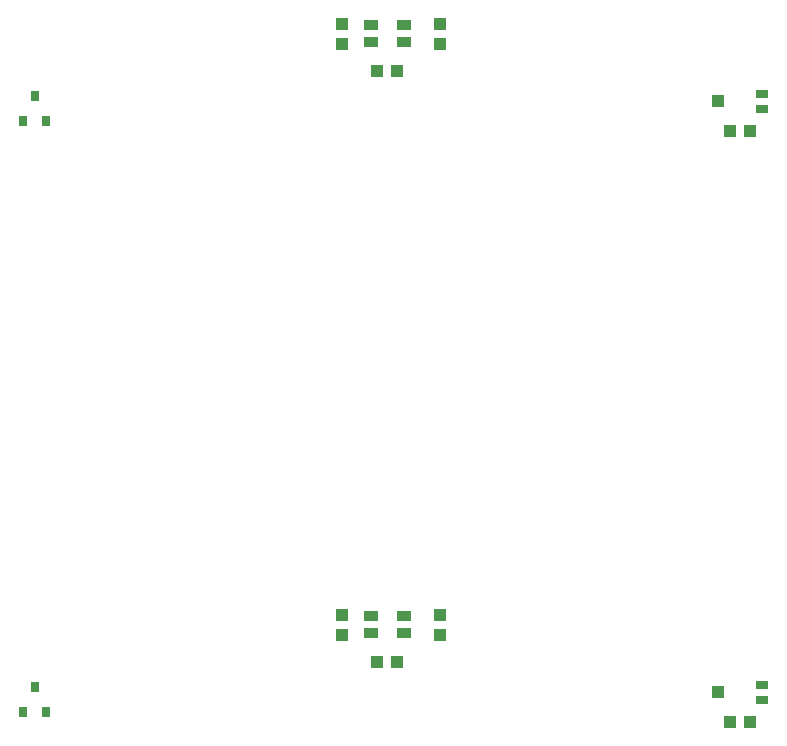
<source format=gtp>
G75*
%MOIN*%
%OFA0B0*%
%FSLAX25Y25*%
%IPPOS*%
%LPD*%
%AMOC8*
5,1,8,0,0,1.08239X$1,22.5*
%
%ADD10R,0.04331X0.03937*%
%ADD11R,0.03937X0.04331*%
%ADD12R,0.04331X0.03150*%
%ADD13R,0.03150X0.03543*%
%ADD14R,0.04724X0.03543*%
D10*
X0205404Y0133750D03*
X0212096Y0133750D03*
X0318927Y0123711D03*
X0322904Y0113750D03*
X0329596Y0113750D03*
X0329596Y0310750D03*
X0322904Y0310750D03*
X0318927Y0320711D03*
X0212096Y0330750D03*
X0205404Y0330750D03*
D11*
X0193750Y0339904D03*
X0193750Y0346596D03*
X0226250Y0346596D03*
X0226250Y0339904D03*
X0226250Y0149596D03*
X0226250Y0142904D03*
X0193750Y0142904D03*
X0193750Y0149596D03*
D12*
X0333612Y0126309D03*
X0333612Y0121191D03*
X0333612Y0318191D03*
X0333612Y0323309D03*
D13*
X0087510Y0117313D03*
X0094990Y0117313D03*
X0091250Y0125581D03*
X0087510Y0314313D03*
X0091250Y0322581D03*
X0094990Y0314313D03*
D14*
X0203238Y0340396D03*
X0203238Y0346104D03*
X0214262Y0346104D03*
X0214262Y0340396D03*
X0214262Y0149104D03*
X0214262Y0143396D03*
X0203238Y0143396D03*
X0203238Y0149104D03*
M02*

</source>
